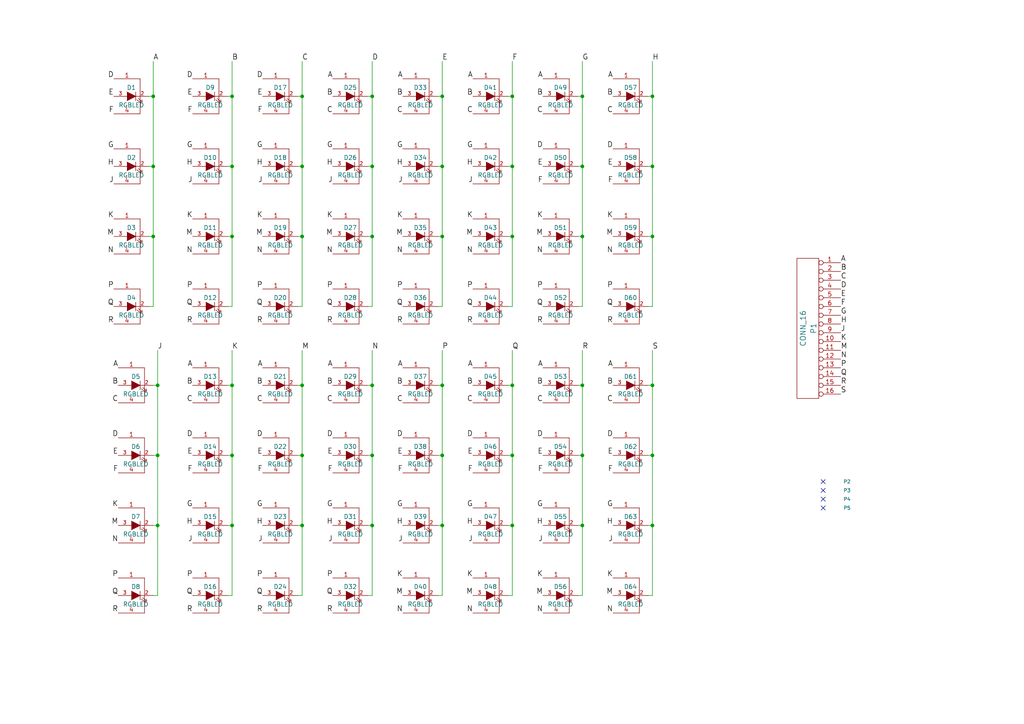
<source format=kicad_sch>
(kicad_sch (version 20230121) (generator eeschema)
  (paper "A4")
  (title_block (date "12 may 2014"))
  (lib_symbols
    (symbol "10lol:CONN_16" (pin_names (offset 1.016) hide)
      (property "Reference" "P" (at -1.016 0 90))
      (property "Value" "CONN_16" (at 2.032 0 90))
      (symbol "CONN_16_0_1"
        (rectangle (start -2.54 20.32) (end 3.81 -20.32))
      )
      (symbol "CONN_16_1_1"
        (pin passive inverted (at -8.89 19.05 0) (length 6.35) (name "P1") (number "1"))
        (pin passive inverted (at -8.89 -3.81 0) (length 6.35) (name "P10") (number "10"))
        (pin passive inverted (at -8.89 -6.35 0) (length 6.35) (name "P11") (number "11"))
        (pin passive inverted (at -8.89 -8.89 0) (length 6.35) (name "P12") (number "12"))
        (pin passive inverted (at -8.89 -11.43 0) (length 6.35) (name "P13") (number "13"))
        (pin passive inverted (at -8.89 -13.97 0) (length 6.35) (name "P14") (number "14"))
        (pin passive inverted (at -8.89 -16.51 0) (length 6.35) (name "P15") (number "15"))
        (pin passive inverted (at -8.89 -19.05 0) (length 6.35) (name "P16") (number "16"))
        (pin passive inverted (at -8.89 16.51 0) (length 6.35) (name "P2") (number "2"))
        (pin passive inverted (at -8.89 13.97 0) (length 6.35) (name "P3") (number "3"))
        (pin passive inverted (at -8.89 11.43 0) (length 6.35) (name "P4") (number "4"))
        (pin passive inverted (at -8.89 8.89 0) (length 6.35) (name "P5") (number "5"))
        (pin passive inverted (at -8.89 6.35 0) (length 6.35) (name "P6") (number "6"))
        (pin passive inverted (at -8.89 3.81 0) (length 6.35) (name "P7") (number "7"))
        (pin passive inverted (at -8.89 1.27 0) (length 6.35) (name "P8") (number "8"))
        (pin passive inverted (at -8.89 -1.27 0) (length 6.35) (name "P9") (number "9"))
      )
    )
    (symbol "10lol:RGBLED" (pin_names (offset 1.016) hide)
      (property "Reference" "LED" (at 0 2.54 0))
      (property "Value" "RGBLED" (at 0 -2.54 0))
      (symbol "RGBLED_0_1"
        (polyline (pts (xy 1.27 1.27) (xy 1.27 -1.27)))
        (polyline (pts (xy -1.27 1.27) (xy 1.27 0) (xy -1.27 -1.27)) (fill (type outline)))
        (polyline (pts (xy 1.651 -1.016) (xy 2.794 -2.032) (xy 2.667 -1.397)))
        (polyline (pts (xy 2.032 -0.635) (xy 3.175 -1.651) (xy 3.048 -1.016)))
        (polyline (pts (xy 2.54 5.08) (xy 2.54 0) (xy 2.54 -5.08)))
      )
      (symbol "RGBLED_1_1"
        (pin input line (at -5.08 5.08 0) (length 7.62) (name "R") (number "1"))
        (pin passive line (at 5.08 0 180) (length 3.81) (name "K") (number "2"))
        (pin passive line (at -5.08 0 0) (length 3.81) (name "G") (number "3"))
        (pin input line (at -5.08 -5.08 0) (length 7.62) (name "B") (number "4"))
      )
    )
  )
  (junction (at 107.95 152.4))
  (junction (at 189.23 68.58))
  (junction (at 107.95 111.76))
  (junction (at 148.59 48.26))
  (junction (at 148.59 27.94))
  (junction (at 148.59 132.08))
  (junction (at 45.72 132.08))
  (junction (at 128.27 132.08))
  (junction (at 67.31 48.26))
  (junction (at 128.27 111.76))
  (junction (at 87.63 48.26))
  (junction (at 107.95 27.94))
  (junction (at 189.23 152.4))
  (junction (at 87.63 68.58))
  (junction (at 168.91 152.4))
  (junction (at 128.27 68.58))
  (junction (at 168.91 48.26))
  (junction (at 148.59 68.58))
  (junction (at 87.63 132.08))
  (junction (at 87.63 111.76))
  (junction (at 44.45 27.94))
  (junction (at 189.23 111.76))
  (junction (at 67.31 111.76))
  (junction (at 45.72 152.4))
  (junction (at 148.59 152.4))
  (junction (at 44.45 48.26))
  (junction (at 189.23 132.08))
  (junction (at 107.95 68.58))
  (junction (at 67.31 152.4))
  (junction (at 168.91 27.94))
  (junction (at 45.72 111.76))
  (junction (at 128.27 48.26))
  (junction (at 87.63 152.4))
  (junction (at 168.91 68.58))
  (junction (at 168.91 111.76))
  (junction (at 189.23 27.94))
  (junction (at 107.95 48.26))
  (junction (at 189.23 48.26))
  (junction (at 44.45 68.58))
  (junction (at 67.31 132.08))
  (junction (at 128.27 152.4))
  (junction (at 128.27 27.94))
  (junction (at 87.63 27.94))
  (junction (at 168.91 132.08))
  (junction (at 107.95 132.08))
  (junction (at 67.31 68.58))
  (junction (at 148.59 111.76))
  (junction (at 67.31 27.94))
  (no_connect (at 238.76 147.32))
  (no_connect (at 238.76 139.7))
  (no_connect (at 238.76 142.24))
  (no_connect (at 238.76 144.78))
  (wire (pts (xy 148.59 172.72) (xy 147.32 172.72)))
  (wire (pts (xy 189.23 152.4) (xy 187.96 152.4)))
  (wire (pts (xy 168.91 68.58) (xy 167.64 68.58)))
  (wire (pts (xy 45.72 152.4) (xy 44.45 152.4)))
  (wire (pts (xy 44.45 27.94) (xy 44.45 48.26)))
  (wire (pts (xy 168.91 111.76) (xy 167.64 111.76)))
  (wire (pts (xy 148.59 111.76) (xy 148.59 132.08)))
  (wire (pts (xy 87.63 172.72) (xy 86.36 172.72)))
  (wire (pts (xy 167.64 132.08) (xy 168.91 132.08)))
  (wire (pts (xy 189.23 132.08) (xy 189.23 152.4)))
  (wire (pts (xy 87.63 111.76) (xy 87.63 132.08)))
  (wire (pts (xy 189.23 68.58) (xy 187.96 68.58)))
  (wire (pts (xy 45.72 111.76) (xy 45.72 132.08)))
  (wire (pts (xy 168.91 48.26) (xy 168.91 68.58)))
  (wire (pts (xy 87.63 48.26) (xy 87.63 68.58)))
  (wire (pts (xy 148.59 27.94) (xy 148.59 48.26)))
  (wire (pts (xy 189.23 17.78) (xy 189.23 27.94)))
  (wire (pts (xy 148.59 68.58) (xy 147.32 68.58)))
  (wire (pts (xy 67.31 152.4) (xy 67.31 172.72)))
  (wire (pts (xy 189.23 101.6) (xy 189.23 111.76)))
  (wire (pts (xy 87.63 111.76) (xy 86.36 111.76)))
  (wire (pts (xy 148.59 88.9) (xy 147.32 88.9)))
  (wire (pts (xy 67.31 172.72) (xy 66.04 172.72)))
  (wire (pts (xy 189.23 111.76) (xy 189.23 132.08)))
  (wire (pts (xy 148.59 48.26) (xy 148.59 68.58)))
  (wire (pts (xy 107.95 48.26) (xy 107.95 68.58)))
  (wire (pts (xy 128.27 111.76) (xy 128.27 132.08)))
  (wire (pts (xy 87.63 152.4) (xy 87.63 172.72)))
  (wire (pts (xy 168.91 101.6) (xy 168.91 111.76)))
  (wire (pts (xy 67.31 111.76) (xy 67.31 132.08)))
  (wire (pts (xy 107.95 88.9) (xy 106.68 88.9)))
  (wire (pts (xy 168.91 152.4) (xy 168.91 172.72)))
  (wire (pts (xy 128.27 88.9) (xy 127 88.9)))
  (wire (pts (xy 44.45 132.08) (xy 45.72 132.08)))
  (wire (pts (xy 148.59 152.4) (xy 148.59 172.72)))
  (wire (pts (xy 67.31 27.94) (xy 67.31 48.26)))
  (wire (pts (xy 44.45 68.58) (xy 44.45 88.9)))
  (wire (pts (xy 168.91 68.58) (xy 168.91 88.9)))
  (wire (pts (xy 168.91 17.78) (xy 168.91 27.94)))
  (wire (pts (xy 107.95 132.08) (xy 107.95 152.4)))
  (wire (pts (xy 67.31 68.58) (xy 67.31 88.9)))
  (wire (pts (xy 44.45 17.78) (xy 44.45 27.94)))
  (wire (pts (xy 128.27 68.58) (xy 127 68.58)))
  (wire (pts (xy 168.91 111.76) (xy 168.91 132.08)))
  (wire (pts (xy 128.27 101.6) (xy 128.27 111.76)))
  (wire (pts (xy 44.45 48.26) (xy 44.45 68.58)))
  (wire (pts (xy 167.64 48.26) (xy 168.91 48.26)))
  (wire (pts (xy 147.32 132.08) (xy 148.59 132.08)))
  (wire (pts (xy 66.04 27.94) (xy 67.31 27.94)))
  (wire (pts (xy 45.72 152.4) (xy 45.72 172.72)))
  (wire (pts (xy 44.45 88.9) (xy 43.18 88.9)))
  (wire (pts (xy 189.23 172.72) (xy 187.96 172.72)))
  (wire (pts (xy 107.95 152.4) (xy 107.95 172.72)))
  (wire (pts (xy 107.95 111.76) (xy 106.68 111.76)))
  (wire (pts (xy 189.23 88.9) (xy 187.96 88.9)))
  (wire (pts (xy 107.95 172.72) (xy 106.68 172.72)))
  (wire (pts (xy 128.27 152.4) (xy 127 152.4)))
  (wire (pts (xy 67.31 152.4) (xy 66.04 152.4)))
  (wire (pts (xy 87.63 152.4) (xy 86.36 152.4)))
  (wire (pts (xy 148.59 152.4) (xy 147.32 152.4)))
  (wire (pts (xy 67.31 132.08) (xy 67.31 152.4)))
  (wire (pts (xy 106.68 27.94) (xy 107.95 27.94)))
  (wire (pts (xy 106.68 48.26) (xy 107.95 48.26)))
  (wire (pts (xy 44.45 48.26) (xy 43.18 48.26)))
  (wire (pts (xy 168.91 88.9) (xy 167.64 88.9)))
  (wire (pts (xy 128.27 132.08) (xy 128.27 152.4)))
  (wire (pts (xy 107.95 27.94) (xy 107.95 48.26)))
  (wire (pts (xy 167.64 27.94) (xy 168.91 27.94)))
  (wire (pts (xy 189.23 27.94) (xy 189.23 48.26)))
  (wire (pts (xy 45.72 101.6) (xy 45.72 111.76)))
  (wire (pts (xy 87.63 88.9) (xy 86.36 88.9)))
  (wire (pts (xy 127 111.76) (xy 128.27 111.76)))
  (wire (pts (xy 87.63 68.58) (xy 87.63 88.9)))
  (wire (pts (xy 87.63 68.58) (xy 86.36 68.58)))
  (wire (pts (xy 45.72 111.76) (xy 44.45 111.76)))
  (wire (pts (xy 45.72 132.08) (xy 45.72 152.4)))
  (wire (pts (xy 168.91 152.4) (xy 167.64 152.4)))
  (wire (pts (xy 127 132.08) (xy 128.27 132.08)))
  (wire (pts (xy 67.31 88.9) (xy 66.04 88.9)))
  (wire (pts (xy 189.23 68.58) (xy 189.23 88.9)))
  (wire (pts (xy 107.95 17.78) (xy 107.95 27.94)))
  (wire (pts (xy 187.96 132.08) (xy 189.23 132.08)))
  (wire (pts (xy 106.68 132.08) (xy 107.95 132.08)))
  (wire (pts (xy 87.63 101.6) (xy 87.63 111.76)))
  (wire (pts (xy 67.31 68.58) (xy 66.04 68.58)))
  (wire (pts (xy 147.32 27.94) (xy 148.59 27.94)))
  (wire (pts (xy 148.59 101.6) (xy 148.59 111.76)))
  (wire (pts (xy 189.23 152.4) (xy 189.23 172.72)))
  (wire (pts (xy 187.96 48.26) (xy 189.23 48.26)))
  (wire (pts (xy 168.91 132.08) (xy 168.91 152.4)))
  (wire (pts (xy 128.27 152.4) (xy 128.27 172.72)))
  (wire (pts (xy 43.18 68.58) (xy 44.45 68.58)))
  (wire (pts (xy 128.27 48.26) (xy 128.27 68.58)))
  (wire (pts (xy 67.31 48.26) (xy 67.31 68.58)))
  (wire (pts (xy 87.63 17.78) (xy 87.63 27.94)))
  (wire (pts (xy 148.59 17.78) (xy 148.59 27.94)))
  (wire (pts (xy 66.04 132.08) (xy 67.31 132.08)))
  (wire (pts (xy 128.27 68.58) (xy 128.27 88.9)))
  (wire (pts (xy 148.59 68.58) (xy 148.59 88.9)))
  (wire (pts (xy 67.31 101.6) (xy 67.31 111.76)))
  (wire (pts (xy 45.72 172.72) (xy 44.45 172.72)))
  (wire (pts (xy 128.27 172.72) (xy 127 172.72)))
  (wire (pts (xy 67.31 111.76) (xy 66.04 111.76)))
  (wire (pts (xy 147.32 111.76) (xy 148.59 111.76)))
  (wire (pts (xy 107.95 101.6) (xy 107.95 111.76)))
  (wire (pts (xy 86.36 132.08) (xy 87.63 132.08)))
  (wire (pts (xy 128.27 17.78) (xy 128.27 27.94)))
  (wire (pts (xy 127 48.26) (xy 128.27 48.26)))
  (wire (pts (xy 87.63 27.94) (xy 87.63 48.26)))
  (wire (pts (xy 187.96 27.94) (xy 189.23 27.94)))
  (wire (pts (xy 107.95 68.58) (xy 107.95 88.9)))
  (wire (pts (xy 87.63 132.08) (xy 87.63 152.4)))
  (wire (pts (xy 147.32 48.26) (xy 148.59 48.26)))
  (wire (pts (xy 168.91 172.72) (xy 167.64 172.72)))
  (wire (pts (xy 107.95 152.4) (xy 106.68 152.4)))
  (wire (pts (xy 44.45 27.94) (xy 43.18 27.94)))
  (wire (pts (xy 127 27.94) (xy 128.27 27.94)))
  (wire (pts (xy 189.23 48.26) (xy 189.23 68.58)))
  (wire (pts (xy 128.27 27.94) (xy 128.27 48.26)))
  (wire (pts (xy 67.31 17.78) (xy 67.31 27.94)))
  (wire (pts (xy 86.36 48.26) (xy 87.63 48.26)))
  (wire (pts (xy 168.91 27.94) (xy 168.91 48.26)))
  (wire (pts (xy 107.95 111.76) (xy 107.95 132.08)))
  (wire (pts (xy 189.23 111.76) (xy 187.96 111.76)))
  (wire (pts (xy 107.95 68.58) (xy 106.68 68.58)))
  (wire (pts (xy 148.59 132.08) (xy 148.59 152.4)))
  (wire (pts (xy 66.04 48.26) (xy 67.31 48.26)))
  (wire (pts (xy 86.36 27.94) (xy 87.63 27.94)))
  (label "J" (at 137.16 157.48 180) (effects (font (size 1.524 1.524))))
  (label "G" (at 33.02 43.18 180) (effects (font (size 1.524 1.524))))
  (label "P" (at 177.8 83.82 180) (effects (font (size 1.524 1.524))))
  (label "P" (at 76.2 167.64 180) (effects (font (size 1.524 1.524))))
  (label "E" (at 177.8 132.08 180) (effects (font (size 1.524 1.524))))
  (label "F" (at 76.2 33.02 180) (effects (font (size 1.524 1.524))))
  (label "E" (at 34.29 132.08 180) (effects (font (size 1.524 1.524))))
  (label "N" (at 107.95 101.6 0) (effects (font (size 1.524 1.524))))
  (label "Q" (at 157.48 88.9 180) (effects (font (size 1.524 1.524))))
  (label "A" (at 55.88 106.68 180) (effects (font (size 1.524 1.524))))
  (label "B" (at 67.31 17.78 0) (effects (font (size 1.524 1.524))))
  (label "G" (at 116.84 147.32 180) (effects (font (size 1.524 1.524))))
  (label "S" (at 243.84 114.3 0) (effects (font (size 1.524 1.524))))
  (label "D" (at 157.48 43.18 180) (effects (font (size 1.524 1.524))))
  (label "M" (at 177.8 68.58 180) (effects (font (size 1.524 1.524))))
  (label "J" (at 116.84 157.48 180) (effects (font (size 1.524 1.524))))
  (label "H" (at 76.2 48.26 180) (effects (font (size 1.524 1.524))))
  (label "D" (at 76.2 22.86 180) (effects (font (size 1.524 1.524))))
  (label "Q" (at 148.59 101.6 0) (effects (font (size 1.524 1.524))))
  (label "D" (at 34.29 127 180) (effects (font (size 1.524 1.524))))
  (label "D" (at 177.8 43.18 180) (effects (font (size 1.524 1.524))))
  (label "N" (at 137.16 177.8 180) (effects (font (size 1.524 1.524))))
  (label "J" (at 157.48 157.48 180) (effects (font (size 1.524 1.524))))
  (label "E" (at 157.48 48.26 180) (effects (font (size 1.524 1.524))))
  (label "A" (at 116.84 22.86 180) (effects (font (size 1.524 1.524))))
  (label "A" (at 177.8 22.86 180) (effects (font (size 1.524 1.524))))
  (label "G" (at 177.8 147.32 180) (effects (font (size 1.524 1.524))))
  (label "Q" (at 177.8 88.9 180) (effects (font (size 1.524 1.524))))
  (label "M" (at 137.16 172.72 180) (effects (font (size 1.524 1.524))))
  (label "M" (at 34.29 152.4 180) (effects (font (size 1.524 1.524))))
  (label "F" (at 96.52 137.16 180) (effects (font (size 1.524 1.524))))
  (label "P" (at 76.2 83.82 180) (effects (font (size 1.524 1.524))))
  (label "H" (at 137.16 48.26 180) (effects (font (size 1.524 1.524))))
  (label "C" (at 137.16 33.02 180) (effects (font (size 1.524 1.524))))
  (label "N" (at 177.8 177.8 180) (effects (font (size 1.524 1.524))))
  (label "H" (at 243.84 93.98 0) (effects (font (size 1.524 1.524))))
  (label "F" (at 116.84 137.16 180) (effects (font (size 1.524 1.524))))
  (label "A" (at 137.16 22.86 180) (effects (font (size 1.524 1.524))))
  (label "B" (at 137.16 27.94 180) (effects (font (size 1.524 1.524))))
  (label "A" (at 243.84 76.2 0) (effects (font (size 1.524 1.524))))
  (label "Q" (at 34.29 172.72 180) (effects (font (size 1.524 1.524))))
  (label "K" (at 243.84 99.06 0) (effects (font (size 1.524 1.524))))
  (label "B" (at 76.2 111.76 180) (effects (font (size 1.524 1.524))))
  (label "N" (at 243.84 104.14 0) (effects (font (size 1.524 1.524))))
  (label "G" (at 76.2 43.18 180) (effects (font (size 1.524 1.524))))
  (label "N" (at 33.02 73.66 180) (effects (font (size 1.524 1.524))))
  (label "H" (at 55.88 48.26 180) (effects (font (size 1.524 1.524))))
  (label "J" (at 177.8 157.48 180) (effects (font (size 1.524 1.524))))
  (label "J" (at 33.02 53.34 180) (effects (font (size 1.524 1.524))))
  (label "C" (at 116.84 116.84 180) (effects (font (size 1.524 1.524))))
  (label "B" (at 243.84 78.74 0) (effects (font (size 1.524 1.524))))
  (label "E" (at 55.88 27.94 180) (effects (font (size 1.524 1.524))))
  (label "J" (at 55.88 157.48 180) (effects (font (size 1.524 1.524))))
  (label "J" (at 243.84 96.52 0) (effects (font (size 1.524 1.524))))
  (label "K" (at 116.84 167.64 180) (effects (font (size 1.524 1.524))))
  (label "C" (at 177.8 33.02 180) (effects (font (size 1.524 1.524))))
  (label "P" (at 116.84 83.82 180) (effects (font (size 1.524 1.524))))
  (label "D" (at 96.52 127 180) (effects (font (size 1.524 1.524))))
  (label "R" (at 168.91 101.6 0) (effects (font (size 1.524 1.524))))
  (label "K" (at 137.16 63.5 180) (effects (font (size 1.524 1.524))))
  (label "N" (at 34.29 157.48 180) (effects (font (size 1.524 1.524))))
  (label "E" (at 243.84 86.36 0) (effects (font (size 1.524 1.524))))
  (label "K" (at 34.29 147.32 180) (effects (font (size 1.524 1.524))))
  (label "R" (at 96.52 177.8 180) (effects (font (size 1.524 1.524))))
  (label "G" (at 168.91 17.78 0) (effects (font (size 1.524 1.524))))
  (label "J" (at 76.2 53.34 180) (effects (font (size 1.524 1.524))))
  (label "F" (at 76.2 137.16 180) (effects (font (size 1.524 1.524))))
  (label "R" (at 243.84 111.76 0) (effects (font (size 1.524 1.524))))
  (label "C" (at 243.84 81.28 0) (effects (font (size 1.524 1.524))))
  (label "D" (at 157.48 127 180) (effects (font (size 1.524 1.524))))
  (label "B" (at 137.16 111.76 180) (effects (font (size 1.524 1.524))))
  (label "C" (at 116.84 33.02 180) (effects (font (size 1.524 1.524))))
  (label "A" (at 44.45 17.78 0) (effects (font (size 1.524 1.524))))
  (label "F" (at 34.29 137.16 180) (effects (font (size 1.524 1.524))))
  (label "Q" (at 55.88 88.9 180) (effects (font (size 1.524 1.524))))
  (label "S" (at 189.23 101.6 0) (effects (font (size 1.524 1.524))))
  (label "M" (at 177.8 172.72 180) (effects (font (size 1.524 1.524))))
  (label "H" (at 177.8 152.4 180) (effects (font (size 1.524 1.524))))
  (label "A" (at 76.2 106.68 180) (effects (font (size 1.524 1.524))))
  (label "B" (at 157.48 111.76 180) (effects (font (size 1.524 1.524))))
  (label "G" (at 137.16 147.32 180) (effects (font (size 1.524 1.524))))
  (label "N" (at 157.48 73.66 180) (effects (font (size 1.524 1.524))))
  (label "A" (at 157.48 106.68 180) (effects (font (size 1.524 1.524))))
  (label "G" (at 76.2 147.32 180) (effects (font (size 1.524 1.524))))
  (label "Q" (at 137.16 88.9 180) (effects (font (size 1.524 1.524))))
  (label "B" (at 177.8 27.94 180) (effects (font (size 1.524 1.524))))
  (label "D" (at 177.8 127 180) (effects (font (size 1.524 1.524))))
  (label "K" (at 96.52 63.5 180) (effects (font (size 1.524 1.524))))
  (label "G" (at 116.84 43.18 180) (effects (font (size 1.524 1.524))))
  (label "M" (at 243.84 101.6 0) (effects (font (size 1.524 1.524))))
  (label "H" (at 33.02 48.26 180) (effects (font (size 1.524 1.524))))
  (label "J" (at 116.84 53.34 180) (effects (font (size 1.524 1.524))))
  (label "P" (at 96.52 83.82 180) (effects (font (size 1.524 1.524))))
  (label "R" (at 34.29 177.8 180) (effects (font (size 1.524 1.524))))
  (label "H" (at 137.16 152.4 180) (effects (font (size 1.524 1.524))))
  (label "H" (at 55.88 152.4 180) (effects (font (size 1.524 1.524))))
  (label "P" (at 128.27 101.6 0) (effects (font (size 1.524 1.524))))
  (label "K" (at 137.16 167.64 180) (effects (font (size 1.524 1.524))))
  (label "R" (at 76.2 93.98 180) (effects (font (size 1.524 1.524))))
  (label "E" (at 157.48 132.08 180) (effects (font (size 1.524 1.524))))
  (label "M" (at 116.84 172.72 180) (effects (font (size 1.524 1.524))))
  (label "N" (at 177.8 73.66 180) (effects (font (size 1.524 1.524))))
  (label "H" (at 96.52 48.26 180) (effects (font (size 1.524 1.524))))
  (label "R" (at 55.88 93.98 180) (effects (font (size 1.524 1.524))))
  (label "E" (at 55.88 132.08 180) (effects (font (size 1.524 1.524))))
  (label "B" (at 34.29 111.76 180) (effects (font (size 1.524 1.524))))
  (label "M" (at 96.52 68.58 180) (effects (font (size 1.524 1.524))))
  (label "Q" (at 55.88 172.72 180) (effects (font (size 1.524 1.524))))
  (label "R" (at 55.88 177.8 180) (effects (font (size 1.524 1.524))))
  (label "K" (at 67.31 101.6 0) (effects (font (size 1.524 1.524))))
  (label "Q" (at 243.84 109.22 0) (effects (font (size 1.524 1.524))))
  (label "M" (at 76.2 68.58 180) (effects (font (size 1.524 1.524))))
  (label "G" (at 137.16 43.18 180) (effects (font (size 1.524 1.524))))
  (label "P" (at 157.48 83.82 180) (effects (font (size 1.524 1.524))))
  (label "J" (at 96.52 53.34 180) (effects (font (size 1.524 1.524))))
  (label "M" (at 157.48 68.58 180) (effects (font (size 1.524 1.524))))
  (label "P" (at 34.29 167.64 180) (effects (font (size 1.524 1.524))))
  (label "G" (at 96.52 43.18 180) (effects (font (size 1.524 1.524))))
  (label "A" (at 177.8 106.68 180) (effects (font (size 1.524 1.524))))
  (label "B" (at 96.52 111.76 180) (effects (font (size 1.524 1.524))))
  (label "M" (at 33.02 68.58 180) (effects (font (size 1.524 1.524))))
  (label "D" (at 55.88 127 180) (effects (font (size 1.524 1.524))))
  (label "B" (at 116.84 27.94 180) (effects (font (size 1.524 1.524))))
  (label "Q" (at 33.02 88.9 180) (effects (font (size 1.524 1.524))))
  (label "K" (at 33.02 63.5 180) (effects (font (size 1.524 1.524))))
  (label "E" (at 33.02 27.94 180) (effects (font (size 1.524 1.524))))
  (label "G" (at 157.48 147.32 180) (effects (font (size 1.524 1.524))))
  (label "Q" (at 96.52 88.9 180) (effects (font (size 1.524 1.524))))
  (label "M" (at 157.48 172.72 180) (effects (font (size 1.524 1.524))))
  (label "F" (at 243.84 88.9 0) (effects (font (size 1.524 1.524))))
  (label "A" (at 137.16 106.68 180) (effects (font (size 1.524 1.524))))
  (label "R" (at 157.48 93.98 180) (effects (font (size 1.524 1.524))))
  (label "J" (at 137.16 53.34 180) (effects (font (size 1.524 1.524))))
  (label "G" (at 55.88 43.18 180) (effects (font (size 1.524 1.524))))
  (label "E" (at 76.2 132.08 180) (effects (font (size 1.524 1.524))))
  (label "A" (at 96.52 106.68 180) (effects (font (size 1.524 1.524))))
  (label "A" (at 34.29 106.68 180) (effects (font (size 1.524 1.524))))
  (label "Q" (at 76.2 172.72 180) (effects (font (size 1.524 1.524))))
  (label "E" (at 128.27 17.78 0) (effects (font (size 1.524 1.524))))
  (label "P" (at 55.88 167.64 180) (effects (font (size 1.524 1.524))))
  (label "P" (at 243.84 106.68 0) (effects (font (size 1.524 1.524))))
  (label "H" (at 189.23 17.78 0) (effects (font (size 1.524 1.524))))
  (label "A" (at 116.84 106.68 180) (effects (font (size 1.524 1.524))))
  (label "F" (at 157.48 53.34 180) (effects (font (size 1.524 1.524))))
  (label "K" (at 177.8 167.64 180) (effects (font (size 1.524 1.524))))
  (label "K" (at 177.8 63.5 180) (effects (font (size 1.524 1.524))))
  (label "R" (at 76.2 177.8 180) (effects (font (size 1.524 1.524))))
  (label "D" (at 76.2 127 180) (effects (font (size 1.524 1.524))))
  (label "C" (at 137.16 116.84 180) (effects (font (size 1.524 1.524))))
  (label "P" (at 137.16 83.82 180) (effects (font (size 1.524 1.524))))
  (label "H" (at 96.52 152.4 180) (effects (font (size 1.524 1.524))))
  (label "K" (at 76.2 63.5 180) (effects (font (size 1.524 1.524))))
  (label "H" (at 116.84 48.26 180) (effects (font (size 1.524 1.524))))
  (label "P" (at 33.02 83.82 180) (effects (font (size 1.524 1.524))))
  (label "E" (at 96.52 132.08 180) (effects (font (size 1.524 1.524))))
  (label "N" (at 137.16 73.66 180) (effects (font (size 1.524 1.524))))
  (label "K" (at 116.84 63.5 180) (effects (font (size 1.524 1.524))))
  (label "C" (at 55.88 116.84 180) (effects (font (size 1.524 1.524))))
  (label "E" (at 116.84 132.08 180) (effects (font (size 1.524 1.524))))
  (label "N" (at 96.52 73.66 180) (effects (font (size 1.524 1.524))))
  (label "F" (at 157.48 137.16 180) (effects (font (size 1.524 1.524))))
  (label "G" (at 55.88 147.32 180) (effects (font (size 1.524 1.524))))
  (label "N" (at 157.48 177.8 180) (effects (font (size 1.524 1.524))))
  (label "F" (at 137.16 137.16 180) (effects (font (size 1.524 1.524))))
  (label "H" (at 157.48 152.4 180) (effects (font (size 1.524 1.524))))
  (label "Q" (at 76.2 88.9 180) (effects (font (size 1.524 1.524))))
  (label "R" (at 177.8 93.98 180) (effects (font (size 1.524 1.524))))
  (label "D" (at 116.84 127 180) (effects (font (size 1.524 1.524))))
  (label "K" (at 157.48 63.5 180) (effects (font (size 1.524 1.524))))
  (label "R" (at 96.52 93.98 180) (effects (font (size 1.524 1.524))))
  (label "F" (at 55.88 137.16 180) (effects (font (size 1.524 1.524))))
  (label "D" (at 243.84 83.82 0) (effects (font (size 1.524 1.524))))
  (label "J" (at 45.72 101.6 0) (effects (font (size 1.524 1.524))))
  (label "G" (at 96.52 147.32 180) (effects (font (size 1.524 1.524))))
  (label "K" (at 157.48 167.64 180) (effects (font (size 1.524 1.524))))
  (label "F" (at 148.59 17.78 0) (effects (font (size 1.524 1.524))))
  (label "K" (at 55.88 63.5 180) (effects (font (size 1.524 1.524))))
  (label "E" (at 177.8 48.26 180) (effects (font (size 1.524 1.524))))
  (label "E" (at 76.2 27.94 180) (effects (font (size 1.524 1.524))))
  (label "D" (at 55.88 22.86 180) (effects (font (size 1.524 1.524))))
  (label "R" (at 116.84 93.98 180) (effects (font (size 1.524 1.524))))
  (label "D" (at 137.16 127 180) (effects (font (size 1.524 1.524))))
  (label "B" (at 55.88 111.76 180) (effects (font (size 1.524 1.524))))
  (label "A" (at 96.52 22.86 180) (effects (font (size 1.524 1.524))))
  (label "M" (at 87.63 101.6 0) (effects (font (size 1.524 1.524))))
  (label "C" (at 157.48 33.02 180) (effects (font (size 1.524 1.524))))
  (label "M" (at 137.16 68.58 180) (effects (font (size 1.524 1.524))))
  (label "C" (at 157.48 116.84 180) (effects (font (size 1.524 1.524))))
  (label "P" (at 96.52 167.64 180) (effects (font (size 1.524 1.524))))
  (label "J" (at 55.88 53.34 180) (effects (font (size 1.524 1.524))))
  (label "B" (at 116.84 111.76 180) (effects (font (size 1.524 1.524))))
  (label "N" (at 76.2 73.66 180) (effects (font (size 1.524 1.524))))
  (label "E" (at 137.16 132.08 180) (effects (font (size 1.524 1.524))))
  (label "F" (at 177.8 53.34 180) (effects (font (size 1.524 1.524))))
  (label "N" (at 55.88 73.66 180) (effects (font (size 1.524 1.524))))
  (label "N" (at 116.84 73.66 180) (effects (font (size 1.524 1.524))))
  (label "C" (at 87.63 17.78 0) (effects (font (size 1.524 1.524))))
  (label "M" (at 55.88 68.58 180) (effects (font (size 1.524 1.524))))
  (label "Q" (at 116.84 88.9 180) (effects (font (size 1.524 1.524))))
  (label "N" (at 116.84 177.8 180) (effects (font (size 1.524 1.524))))
  (label "H" (at 76.2 152.4 180) (effects (font (size 1.524 1.524))))
  (label "R" (at 137.16 93.98 180) (effects (font (size 1.524 1.524))))
  (label "J" (at 76.2 157.48 180) (effects (font (size 1.524 1.524))))
  (label "B" (at 157.48 27.94 180) (effects (font (size 1.524 1.524))))
  (label "G" (at 243.84 91.44 0) (effects (font (size 1.524 1.524))))
  (label "R" (at 33.02 93.98 180) (effects (font (size 1.524 1.524))))
  (label "P" (at 55.88 83.82 180) (effects (font (size 1.524 1.524))))
  (label "F" (at 33.02 33.02 180) (effects (font (size 1.524 1.524))))
  (label "B" (at 177.8 111.76 180) (effects (font (size 1.524 1.524))))
  (label "C" (at 177.8 116.84 180) (effects (font (size 1.524 1.524))))
  (label "H" (at 116.84 152.4 180) (effects (font (size 1.524 1.524))))
  (label "C" (at 76.2 116.84 180) (effects (font (size 1.524 1.524))))
  (label "F" (at 177.8 137.16 180) (effects (font (size 1.524 1.524))))
  (label "C" (at 96.52 116.84 180) (effects (font (size 1.524 1.524))))
  (label "C" (at 34.29 116.84 180) (effects (font (size 1.524 1.524))))
  (label "A" (at 157.48 22.86 180) (effects (font (size 1.524 1.524))))
  (label "C" (at 96.52 33.02 180) (effects (font (size 1.524 1.524))))
  (label "F" (at 55.88 33.02 180) (effects (font (size 1.524 1.524))))
  (label "Q" (at 96.52 172.72 180) (effects (font (size 1.524 1.524))))
  (label "J" (at 96.52 157.48 180) (effects (font (size 1.524 1.524))))
  (label "D" (at 33.02 22.86 180) (effects (font (size 1.524 1.524))))
  (label "M" (at 116.84 68.58 180) (effects (font (size 1.524 1.524))))
  (label "D" (at 107.95 17.78 0) (effects (font (size 1.524 1.524))))
  (label "B" (at 96.52 27.94 180) (effects (font (size 1.524 1.524))))
  (symbol (lib_id "10lol:RGBLED") (at 38.1 27.94 0) (unit 1)
    (property "Reference" "D1" (at 38.1 25.4 0))
    (property "Value" "RGBLED" (at 38.1 30.48 0))
    (property "Footprint" "~" (at 38.1 27.94 0) (effects (font (size 1.524 1.524))))
    (property "Datasheet" "~" (at 38.1 27.94 0) (effects (font (size 1.524 1.524))))
  )
  (symbol (lib_id "10lol:RGBLED") (at 38.1 48.26 0) (unit 1)
    (property "Reference" "D2" (at 38.1 45.72 0))
    (property "Value" "RGBLED" (at 38.1 50.8 0))
    (property "Footprint" "~" (at 38.1 48.26 0) (effects (font (size 1.524 1.524))))
    (property "Datasheet" "~" (at 38.1 48.26 0) (effects (font (size 1.524 1.524))))
  )
  (symbol (lib_id "10lol:RGBLED") (at 38.1 68.58 0) (unit 1)
    (property "Reference" "D3" (at 38.1 66.04 0))
    (property "Value" "RGBLED" (at 38.1 71.12 0))
    (property "Footprint" "~" (at 38.1 68.58 0) (effects (font (size 1.524 1.524))))
    (property "Datasheet" "~" (at 38.1 68.58 0) (effects (font (size 1.524 1.524))))
  )
  (symbol (lib_id "10lol:RGBLED") (at 38.1 88.9 0) (unit 1)
    (property "Reference" "D4" (at 38.1 86.36 0))
    (property "Value" "RGBLED" (at 38.1 91.44 0))
    (property "Footprint" "~" (at 38.1 88.9 0) (effects (font (size 1.524 1.524))))
    (property "Datasheet" "~" (at 38.1 88.9 0) (effects (font (size 1.524 1.524))))
  )
  (symbol (lib_id "10lol:RGBLED") (at 60.96 27.94 0) (unit 1)
    (property "Reference" "D9" (at 60.96 25.4 0))
    (property "Value" "RGBLED" (at 60.96 30.48 0))
    (property "Footprint" "~" (at 60.96 27.94 0) (effects (font (size 1.524 1.524))))
    (property "Datasheet" "~" (at 60.96 27.94 0) (effects (font (size 1.524 1.524))))
  )
  (symbol (lib_id "10lol:RGBLED") (at 60.96 48.26 0) (unit 1)
    (property "Reference" "D10" (at 60.96 45.72 0))
    (property "Value" "RGBLED" (at 60.96 50.8 0))
    (property "Footprint" "~" (at 60.96 48.26 0) (effects (font (size 1.524 1.524))))
    (property "Datasheet" "~" (at 60.96 48.26 0) (effects (font (size 1.524 1.524))))
  )
  (symbol (lib_id "10lol:RGBLED") (at 60.96 68.58 0) (unit 1)
    (property "Reference" "D11" (at 60.96 66.04 0))
    (property "Value" "RGBLED" (at 60.96 71.12 0))
    (property "Footprint" "~" (at 60.96 68.58 0) (effects (font (size 1.524 1.524))))
    (property "Datasheet" "~" (at 60.96 68.58 0) (effects (font (size 1.524 1.524))))
  )
  (symbol (lib_id "10lol:RGBLED") (at 60.96 88.9 0) (unit 1)
    (property "Reference" "D12" (at 60.96 86.36 0))
    (property "Value" "RGBLED" (at 60.96 91.44 0))
    (property "Footprint" "~" (at 60.96 88.9 0) (effects (font (size 1.524 1.524))))
    (property "Datasheet" "~" (at 60.96 88.9 0) (effects (font (size 1.524 1.524))))
  )
  (symbol (lib_id "10lol:RGBLED") (at 81.28 27.94 0) (unit 1)
    (property "Reference" "D17" (at 81.28 25.4 0))
    (property "Value" "RGBLED" (at 81.28 30.48 0))
    (property "Footprint" "~" (at 81.28 27.94 0) (effects (font (size 1.524 1.524))))
    (property "Datasheet" "~" (at 81.28 27.94 0) (effects (font (size 1.524 1.524))))
  )
  (symbol (lib_id "10lol:RGBLED") (at 81.28 48.26 0) (unit 1)
    (property "Reference" "D18" (at 81.28 45.72 0))
    (property "Value" "RGBLED" (at 81.28 50.8 0))
    (property "Footprint" "~" (at 81.28 48.26 0) (effects (font (size 1.524 1.524))))
    (property "Datasheet" "~" (at 81.28 48.26 0) (effects (font (size 1.524 1.524))))
  )
  (symbol (lib_id "10lol:RGBLED") (at 81.28 68.58 0) (unit 1)
    (property "Reference" "D19" (at 81.28 66.04 0))
    (property "Value" "RGBLED" (at 81.28 71.12 0))
    (property "Footprint" "~" (at 81.28 68.58 0) (effects (font (size 1.524 1.524))))
    (property "Datasheet" "~" (at 81.28 68.58 0) (effects (font (size 1.524 1.524))))
  )
  (symbol (lib_id "10lol:RGBLED") (at 81.28 88.9 0) (unit 1)
    (property "Reference" "D20" (at 81.28 86.36 0))
    (property "Value" "RGBLED" (at 81.28 91.44 0))
    (property "Footprint" "~" (at 81.28 88.9 0) (effects (font (size 1.524 1.524))))
    (property "Datasheet" "~" (at 81.28 88.9 0) (effects (font (size 1.524 1.524))))
  )
  (symbol (lib_id "10lol:RGBLED") (at 101.6 27.94 0) (unit 1)
    (property "Reference" "D25" (at 101.6 25.4 0))
    (property "Value" "RGBLED" (at 101.6 30.48 0))
    (property "Footprint" "~" (at 101.6 27.94 0) (effects (font (size 1.524 1.524))))
    (property "Datasheet" "~" (at 101.6 27.94 0) (effects (font (size 1.524 1.524))))
  )
  (symbol (lib_id "10lol:RGBLED") (at 101.6 48.26 0) (unit 1)
    (property "Reference" "D26" (at 101.6 45.72 0))
    (property "Value" "RGBLED" (at 101.6 50.8 0))
    (property "Footprint" "~" (at 101.6 48.26 0) (effects (font (size 1.524 1.524))))
    (property "Datasheet" "~" (at 101.6 48.26 0) (effects (font (size 1.524 1.524))))
  )
  (symbol (lib_id "10lol:RGBLED") (at 101.6 68.58 0) (unit 1)
    (property "Reference" "D27" (at 101.6 66.04 0))
    (property "Value" "RGBLED" (at 101.6 71.12 0))
    (property "Footprint" "~" (at 101.6 68.58 0) (effects (font (size 1.524 1.524))))
    (property "Datasheet" "~" (at 101.6 68.58 0) (effects (font (size 1.524 1.524))))
  )
  (symbol (lib_id "10lol:RGBLED") (at 101.6 88.9 0) (unit 1)
    (property "Reference" "D28" (at 101.6 86.36 0))
    (property "Value" "RGBLED" (at 101.6 91.44 0))
    (property "Footprint" "~" (at 101.6 88.9 0) (effects (font (size 1.524 1.524))))
    (property "Datasheet" "~" (at 101.6 88.9 0) (effects (font (size 1.524 1.524))))
  )
  (symbol (lib_id "10lol:RGBLED") (at 121.92 27.94 0) (unit 1)
    (property "Reference" "D33" (at 121.92 25.4 0))
    (property "Value" "RGBLED" (at 121.92 30.48 0))
    (property "Footprint" "~" (at 121.92 27.94 0) (effects (font (size 1.524 1.524))))
    (property "Datasheet" "~" (at 121.92 27.94 0) (effects (font (size 1.524 1.524))))
  )
  (symbol (lib_id "10lol:RGBLED") (at 121.92 48.26 0) (unit 1)
    (property "Reference" "D34" (at 121.92 45.72 0))
    (property "Value" "RGBLED" (at 121.92 50.8 0))
    (property "Footprint" "~" (at 121.92 48.26 0) (effects (font (size 1.524 1.524))))
    (property "Datasheet" "~" (at 121.92 48.26 0) (effects (font (size 1.524 1.524))))
  )
  (symbol (lib_id "10lol:RGBLED") (at 121.92 68.58 0) (unit 1)
    (property "Reference" "D35" (at 121.92 66.04 0))
    (property "Value" "RGBLED" (at 121.92 71.12 0))
    (property "Footprint" "~" (at 121.92 68.58 0) (effects (font (size 1.524 1.524))))
    (property "Datasheet" "~" (at 121.92 68.58 0) (effects (font (size 1.524 1.524))))
  )
  (symbol (lib_id "10lol:RGBLED") (at 121.92 88.9 0) (unit 1)
    (property "Reference" "D36" (at 121.92 86.36 0))
    (property "Value" "RGBLED" (at 121.92 91.44 0))
    (property "Footprint" "~" (at 121.92 88.9 0) (effects (font (size 1.524 1.524))))
    (property "Datasheet" "~" (at 121.92 88.9 0) (effects (font (size 1.524 1.524))))
  )
  (symbol (lib_id "10lol:RGBLED") (at 142.24 27.94 0) (unit 1)
    (property "Reference" "D41" (at 142.24 25.4 0))
    (property "Value" "RGBLED" (at 142.24 30.48 0))
    (property "Footprint" "~" (at 142.24 27.94 0) (effects (font (size 1.524 1.524))))
    (property "Datasheet" "~" (at 142.24 27.94 0) (effects (font (size 1.524 1.524))))
  )
  (symbol (lib_id "10lol:RGBLED") (at 142.24 48.26 0) (unit 1)
    (property "Reference" "D42" (at 142.24 45.72 0))
    (property "Value" "RGBLED" (at 142.24 50.8 0))
    (property "Footprint" "~" (at 142.24 48.26 0) (effects (font (size 1.524 1.524))))
    (property "Datasheet" "~" (at 142.24 48.26 0) (effects (font (size 1.524 1.524))))
  )
  (symbol (lib_id "10lol:RGBLED") (at 142.24 68.58 0) (unit 1)
    (property "Reference" "D43" (at 142.24 66.04 0))
    (property "Value" "RGBLED" (at 142.24 71.12 0))
    (property "Footprint" "~" (at 142.24 68.58 0) (effects (font (size 1.524 1.524))))
    (property "Datasheet" "~" (at 142.24 68.58 0) (effects (font (size 1.524 1.524))))
  )
  (symbol (lib_id "10lol:RGBLED") (at 142.24 88.9 0) (unit 1)
    (property "Reference" "D44" (at 142.24 86.36 0))
    (property "Value" "RGBLED" (at 142.24 91.44 0))
    (property "Footprint" "~" (at 142.24 88.9 0) (effects (font (size 1.524 1.524))))
    (property "Datasheet" "~" (at 142.24 88.9 0) (effects (font (size 1.524 1.524))))
  )
  (symbol (lib_id "10lol:RGBLED") (at 162.56 27.94 0) (unit 1)
    (property "Reference" "D49" (at 162.56 25.4 0))
    (property "Value" "RGBLED" (at 162.56 30.48 0))
    (property "Footprint" "~" (at 162.56 27.94 0) (effects (font (size 1.524 1.524))))
    (property "Datasheet" "~" (at 162.56 27.94 0) (effects (font (size 1.524 1.524))))
  )
  (symbol (lib_id "10lol:RGBLED") (at 162.56 48.26 0) (unit 1)
    (property "Reference" "D50" (at 162.56 45.72 0))
    (property "Value" "RGBLED" (at 162.56 50.8 0))
    (property "Footprint" "~" (at 162.56 48.26 0) (effects (font (size 1.524 1.524))))
    (property "Datasheet" "~" (at 162.56 48.26 0) (effects (font (size 1.524 1.524))))
  )
  (symbol (lib_id "10lol:RGBLED") (at 162.56 68.58 0) (unit 1)
    (property "Reference" "D51" (at 162.56 66.04 0))
    (property "Value" "RGBLED" (at 162.56 71.12 0))
    (property "Footprint" "~" (at 162.56 68.58 0) (effects (font (size 1.524 1.524))))
    (property "Datasheet" "~" (at 162.56 68.58 0) (effects (font (size 1.524 1.524))))
  )
  (symbol (lib_id "10lol:RGBLED") (at 162.56 88.9 0) (unit 1)
    (property "Reference" "D52" (at 162.56 86.36 0))
    (property "Value" "RGBLED" (at 162.56 91.44 0))
    (property "Footprint" "~" (at 162.56 88.9 0) (effects (font (size 1.524 1.524))))
    (property "Datasheet" "~" (at 162.56 88.9 0) (effects (font (size 1.524 1.524))))
  )
  (symbol (lib_id "10lol:RGBLED") (at 182.88 27.94 0) (unit 1)
    (property "Reference" "D57" (at 182.88 25.4 0))
    (property "Value" "RGBLED" (at 182.88 30.48 0))
    (property "Footprint" "~" (at 182.88 27.94 0) (effects (font (size 1.524 1.524))))
    (property "Datasheet" "~" (at 182.88 27.94 0) (effects (font (size 1.524 1.524))))
  )
  (symbol (lib_id "10lol:RGBLED") (at 182.88 48.26 0) (unit 1)
    (property "Reference" "D58" (at 182.88 45.72 0))
    (property "Value" "RGBLED" (at 182.88 50.8 0))
    (property "Footprint" "~" (at 182.88 48.26 0) (effects (font (size 1.524 1.524))))
    (property "Datasheet" "~" (at 182.88 48.26 0) (effects (font (size 1.524 1.524))))
  )
  (symbol (lib_id "10lol:RGBLED") (at 182.88 68.58 0) (unit 1)
    (property "Reference" "D59" (at 182.88 66.04 0))
    (property "Value" "RGBLED" (at 182.88 71.12 0))
    (property "Footprint" "~" (at 182.88 68.58 0) (effects (font (size 1.524 1.524))))
    (property "Datasheet" "~" (at 182.88 68.58 0) (effects (font (size 1.524 1.524))))
  )
  (symbol (lib_id "10lol:RGBLED") (at 182.88 88.9 0) (unit 1)
    (property "Reference" "D60" (at 182.88 86.36 0))
    (property "Value" "RGBLED" (at 182.88 91.44 0))
    (property "Footprint" "~" (at 182.88 88.9 0) (effects (font (size 1.524 1.524))))
    (property "Datasheet" "~" (at 182.88 88.9 0) (effects (font (size 1.524 1.524))))
  )
  (symbol (lib_id "10lol:RGBLED") (at 39.37 111.76 0) (unit 1)
    (property "Reference" "D5" (at 39.37 109.22 0))
    (property "Value" "RGBLED" (at 39.37 114.3 0))
    (property "Footprint" "~" (at 39.37 111.76 0) (effects (font (size 1.524 1.524))))
    (property "Datasheet" "~" (at 39.37 111.76 0) (effects (font (size 1.524 1.524))))
  )
  (symbol (lib_id "10lol:RGBLED") (at 39.37 132.08 0) (unit 1)
    (property "Reference" "D6" (at 39.37 129.54 0))
    (property "Value" "RGBLED" (at 39.37 134.62 0))
    (property "Footprint" "~" (at 39.37 132.08 0) (effects (font (size 1.524 1.524))))
    (property "Datasheet" "~" (at 39.37 132.08 0) (effects (font (size 1.524 1.524))))
  )
  (symbol (lib_id "10lol:RGBLED") (at 39.37 152.4 0) (unit 1)
    (property "Reference" "D7" (at 39.37 149.86 0))
    (property "Value" "RGBLED" (at 39.37 154.94 0))
    (property "Footprint" "~" (at 39.37 152.4 0) (effects (font (size 1.524 1.524))))
    (property "Datasheet" "~" (at 39.37 152.4 0) (effects (font (size 1.524 1.524))))
  )
  (symbol (lib_id "10lol:RGBLED") (at 39.37 172.72 0) (unit 1)
    (property "Reference" "D8" (at 39.37 170.18 0))
    (property "Value" "RGBLED" (at 39.37 175.26 0))
    (property "Footprint" "~" (at 39.37 172.72 0) (effects (font (size 1.524 1.524))))
    (property "Datasheet" "~" (at 39.37 172.72 0) (effects (font (size 1.524 1.524))))
  )
  (symbol (lib_id "10lol:RGBLED") (at 60.96 111.76 0) (unit 1)
    (property "Reference" "D13" (at 60.96 109.22 0))
    (property "Value" "RGBLED" (at 60.96 114.3 0))
    (property "Footprint" "~" (at 60.96 111.76 0) (effects (font (size 1.524 1.524))))
    (property "Datasheet" "~" (at 60.96 111.76 0) (effects (font (size 1.524 1.524))))
  )
  (symbol (lib_id "10lol:RGBLED") (at 60.96 132.08 0) (unit 1)
    (property "Reference" "D14" (at 60.96 129.54 0))
    (property "Value" "RGBLED" (at 60.96 134.62 0))
    (property "Footprint" "~" (at 60.96 132.08 0) (effects (font (size 1.524 1.524))))
    (property "Datasheet" "~" (at 60.96 132.08 0) (effects (font (size 1.524 1.524))))
  )
  (symbol (lib_id "10lol:RGBLED") (at 60.96 152.4 0) (unit 1)
    (property "Reference" "D15" (at 60.96 149.86 0))
    (property "Value" "RGBLED" (at 60.96 154.94 0))
    (property "Footprint" "~" (at 60.96 152.4 0) (effects (font (size 1.524 1.524))))
    (property "Datasheet" "~" (at 60.96 152.4 0) (effects (font (size 1.524 1.524))))
  )
  (symbol (lib_id "10lol:RGBLED") (at 60.96 172.72 0) (unit 1)
    (property "Reference" "D16" (at 60.96 170.18 0))
    (property "Value" "RGBLED" (at 60.96 175.26 0))
    (property "Footprint" "~" (at 60.96 172.72 0) (effects (font (size 1.524 1.524))))
    (property "Datasheet" "~" (at 60.96 172.72 0) (effects (font (size 1.524 1.524))))
  )
  (symbol (lib_id "10lol:RGBLED") (at 81.28 111.76 0) (unit 1)
    (property "Reference" "D21" (at 81.28 109.22 0))
    (property "Value" "RGBLED" (at 81.28 114.3 0))
    (property "Footprint" "~" (at 81.28 111.76 0) (effects (font (size 1.524 1.524))))
    (property "Datasheet" "~" (at 81.28 111.76 0) (effects (font (size 1.524 1.524))))
  )
  (symbol (lib_id "10lol:RGBLED") (at 81.28 132.08 0) (unit 1)
    (property "Reference" "D22" (at 81.28 129.54 0))
    (property "Value" "RGBLED" (at 81.28 134.62 0))
    (property "Footprint" "~" (at 81.28 132.08 0) (effects (font (size 1.524 1.524))))
    (property "Datasheet" "~" (at 81.28 132.08 0) (effects (font (size 1.524 1.524))))
  )
  (symbol (lib_id "10lol:RGBLED") (at 81.28 152.4 0) (unit 1)
    (property "Reference" "D23" (at 81.28 149.86 0))
    (property "Value" "RGBLED" (at 81.28 154.94 0))
    (property "Footprint" "~" (at 81.28 152.4 0) (effects (font (size 1.524 1.524))))
    (property "Datasheet" "~" (at 81.28 152.4 0) (effects (font (size 1.524 1.524))))
  )
  (symbol (lib_id "10lol:RGBLED") (at 81.28 172.72 0) (unit 1)
    (property "Reference" "D24" (at 81.28 170.18 0))
    (property "Value" "RGBLED" (at 81.28 175.26 0))
    (property "Footprint" "~" (at 81.28 172.72 0) (effects (font (size 1.524 1.524))))
    (property "Datasheet" "~" (at 81.28 172.72 0) (effects (font (size 1.524 1.524))))
  )
  (symbol (lib_id "10lol:RGBLED") (at 101.6 111.76 0) (unit 1)
    (property "Reference" "D29" (at 101.6 109.22 0))
    (property "Value" "RGBLED" (at 101.6 114.3 0))
    (property "Footprint" "~" (at 101.6 111.76 0) (effects (font (size 1.524 1.524))))
    (property "Datasheet" "~" (at 101.6 111.76 0) (effects (font (size 1.524 1.524))))
  )
  (symbol (lib_id "10lol:RGBLED") (at 101.6 132.08 0) (unit 1)
    (property "Reference" "D30" (at 101.6 129.54 0))
    (property "Value" "RGBLED" (at 101.6 134.62 0))
    (property "Footprint" "~" (at 101.6 132.08 0) (effects (font (size 1.524 1.524))))
    (property "Datasheet" "~" (at 101.6 132.08 0) (effects (font (size 1.524 1.524))))
  )
  (symbol (lib_id "10lol:RGBLED") (at 101.6 152.4 0) (unit 1)
    (property "Reference" "D31" (at 101.6 149.86 0))
    (property "Value" "RGBLED" (at 101.6 154.94 0))
    (property "Footprint" "~" (at 101.6 152.4 0) (effects (font (size 1.524 1.524))))
    (property "Datasheet" "~" (at 101.6 152.4 0) (effects (font (size 1.524 1.524))))
  )
  (symbol (lib_id "10lol:RGBLED") (at 101.6 172.72 0) (unit 1)
    (property "Reference" "D32" (at 101.6 170.18 0))
    (property "Value" "RGBLED" (at 101.6 175.26 0))
    (property "Footprint" "~" (at 101.6 172.72 0) (effects (font (size 1.524 1.524))))
    (property "Datasheet" "~" (at 101.6 172.72 0) (effects (font (size 1.524 1.524))))
  )
  (symbol (lib_id "10lol:RGBLED") (at 121.92 111.76 0) (unit 1)
    (property "Reference" "D37" (at 121.92 109.22 0))
    (property "Value" "RGBLED" (at 121.92 114.3 0))
    (property "Footprint" "~" (at 121.92 111.76 0) (effects (font (size 1.524 1.524))))
    (property "Datasheet" "~" (at 121.92 111.76 0) (effects (font (size 1.524 1.524))))
  )
  (symbol (lib_id "10lol:RGBLED") (at 121.92 132.08 0) (unit 1)
    (property "Reference" "D38" (at 121.92 129.54 0))
    (property "Value" "RGBLED" (at 121.92 134.62 0))
    (property "Footprint" "~" (at 121.92 132.08 0) (effects (font (size 1.524 1.524))))
    (property "Datasheet" "~" (at 121.92 132.08 0) (effects (font (size 1.524 1.524))))
  )
  (symbol (lib_id "10lol:RGBLED") (at 121.92 152.4 0) (unit 1)
    (property "Reference" "D39" (at 121.92 149.86 0))
    (property "Value" "RGBLED" (at 121.92 154.94 0))
    (property "Footprint" "~" (at 121.92 152.4 0) (effects (font (size 1.524 1.524))))
    (property "Datasheet" "~" (at 121.92 152.4 0) (effects (font (size 1.524 1.524))))
  )
  (symbol (lib_id "10lol:RGBLED") (at 121.92 172.72 0) (unit 1)
    (property "Reference" "D40" (at 121.92 170.18 0))
    (property "Value" "RGBLED" (at 121.92 175.26 0))
    (property "Footprint" "~" (at 121.92 172.72 0) (effects (font (size 1.524 1.524))))
    (property "Datasheet" "~" (at 121.92 172.72 0) (effects (font (size 1.524 1.524))))
  )
  (symbol (lib_id "10lol:RGBLED") (at 142.24 111.76 0) (unit 1)
    (property "Reference" "D45" (at 142.24 109.22 0))
    (property "Value" "RGBLED" (at 142.24 114.3 0))
    (property "Footprint" "~" (at 142.24 111.76 0) (effects (font (size 1.524 1.524))))
    (property "Datasheet" "~" (at 142.24 111.76 0) (effects (font (size 1.524 1.524))))
  )
  (symbol (lib_id "10lol:RGBLED") (at 142.24 132.08 0) (unit 1)
    (property "Reference" "D46" (at 142.24 129.54 0))
    (property "Value" "RGBLED" (at 142.24 134.62 0))
    (property "Footprint" "~" (at 142.24 132.08 0) (effects (font (size 1.524 1.524))))
    (property "Datasheet" "~" (at 142.24 132.08 0) (effects (font (size 1.524 1.524))))
  )
  (symbol (lib_id "10lol:RGBLED") (at 142.24 152.4 0) (unit 1)
    (property "Reference" "D47" (at 142.24 149.86 0))
    (property "Value" "RGBLED" (at 142.24 154.94 0))
    (property "Footprint" "~" (at 142.24 152.4 0) (effects (font (size 1.524 1.524))))
    (property "Datasheet" "~" (at 142.24 152.4 0) (effects (font (size 1.524 1.524))))
  )
  (symbol (lib_id "10lol:RGBLED") (at 142.24 172.72 0) (unit 1)
    (property "Reference" "D48" (at 142.24 170.18 0))
    (property "Value" "RGBLED" (at 142.24 175.26 0))
    (property "Footprint" "~" (at 142.24 172.72 0) (effects (font (size 1.524 1.524))))
    (property "Datasheet" "~" (at 142.24 172.72 0) (effects (font (size 1.524 1.524))))
  )
  (symbol (lib_id "10lol:RGBLED") (at 162.56 111.76 0) (unit 1)
    (property "Reference" "D53" (at 162.56 109.22 0))
    (property "Value" "RGBLED" (at 162.56 114.3 0))
    (property "Footprint" "~" (at 162.56 111.76 0) (effects (font (size 1.524 1.524))))
    (property "Datasheet" "~" (at 162.56 111.76 0) (effects (font (size 1.524 1.524))))
  )
  (symbol (lib_id "10lol:RGBLED") (at 162.56 132.08 0) (unit 1)
    (property "Reference" "D54" (at 162.56 129.54 0))
    (property "Value" "RGBLED" (at 162.56 134.62 0))
    (property "Footprint" "~" (at 162.56 132.08 0) (effects (font (size 1.524 1.524))))
    (property "Datasheet" "~" (at 162.56 132.08 0) (effects (font (size 1.524 1.524))))
  )
  (symbol (lib_id "10lol:RGBLED") (at 162.56 152.4 0) (unit 1)
    (property "Reference" "D55" (at 162.56 149.86 0))
    (property "Value" "RGBLED" (at 162.56 154.94 0))
    (property "Footprint" "~" (at 162.56 152.4 0) (effects (font (size 1.524 1.524))))
    (property "Datasheet" "~" (at 162.56 152.4 0) (effects (font (size 1.524 1.524))))
  )
  (symbol (lib_id "10lol:RGBLED") (at 162.56 172.72 0) (unit 1)
    (property "Reference" "D56" (at 162.56 170.18 0))
    (property "Value" "RGBLED" (at 162.56 175.26 0))
    (property "Footprint" "~" (at 162.56 172.72 0) (effects (font (size 1.524 1.524))))
    (property "Datasheet" "~" (at 162.56 172.72 0) (effects (font (size 1.524 1.524))))
  )
  (symbol (lib_id "10lol:RGBLED") (at 182.88 111.76 0) (unit 1)
    (property "Reference" "D61" (at 182.88 109.22 0))
    (property "Value" "RGBLED" (at 182.88 114.3 0))
    (property "Footprint" "~" (at 182.88 111.76 0) (effects (font (size 1.524 1.524))))
    (property "Datasheet" "~" (at 182.88 111.76 0) (effects (font (size 1.524 1.524))))
  )
  (symbol (lib_id "10lol:RGBLED") (at 182.88 132.08 0) (unit 1)
    (property "Reference" "D62" (at 182.88 129.54 0))
    (property "Value" "RGBLED" (at 182.88 134.62 0))
    (property "Footprint" "~" (at 182.88 132.08 0) (effects (font (size 1.524 1.524))))
    (property "Datasheet" "~" (at 182.88 132.08 0) (effects (font (size 1.524 1.524))))
  )
  (symbol (lib_id "10lol:RGBLED") (at 182.88 152.4 0) (unit 1)
    (property "Reference" "D63" (at 182.88 149.86 0))
    (property "Value" "RGBLED" (at 182.88 154.94 0))
    (property "Footprint" "~" (at 182.88 152.4 0) (effects (font (size 1.524 1.524))))
    (property "Datasheet" "~" (at 182.88 152.4 0) (effects (font (size 1.524 1.524))))
  )
  (symbol (lib_id "10lol:RGBLED") (at 182.88 172.72 0) (unit 1)
    (property "Reference" "D64" (at 182.88 170.18 0))
    (property "Value" "RGBLED" (at 182.88 175.26 0))
    (property "Footprint" "~" (at 182.88 172.72 0) (effects (font (size 1.524 1.524))))
    (property "Datasheet" "~" (at 182.88 172.72 0) (effects (font (size 1.524 1.524))))
  )
  (symbol (lib_id "10lol:CONN_16") (at 234.95 95.25 0) (mirror y) (unit 1)
    (property "Reference" "P1" (at 235.966 95.25 90) (effects (font (size 1.524 1.524))))
    (property "Value" "CONN_16" (at 232.918 95.25 90) (effects (font (size 1.524 1.524))))
  )
  (symbol (lib_id "CONN_1") (at 242.57 139.7 0) (unit 1)
    (property "Reference" "P2" (at 244.602 139.7 0) (effects (font (size 1.016 1.016)) (justify left)))
    (property "Value" "CONN_1" (effects hide))
  )
  (symbol (lib_id "CONN_1") (at 242.57 142.24 0) (unit 1)
    (property "Reference" "P3" (at 244.602 142.24 0) (effects (font (size 1.016 1.016)) (justify left)))
    (property "Value" "CONN_1" (effects hide))
  )
  (symbol (lib_id "CONN_1") (at 242.57 144.78 0) (unit 1)
    (property "Reference" "P4" (at 244.602 144.78 0) (effects (font (size 1.016 1.016)) (justify left)))
    (property "Value" "CONN_1" (effects hide))
  )
  (symbol (lib_id "CONN_1") (at 242.57 147.32 0) (unit 1)
    (property "Reference" "P5" (at 244.602 147.32 0) (effects (font (size 1.016 1.016)) (justify left)))
    (property "Value" "CONN_1" (effects hide))
  )
)
</source>
